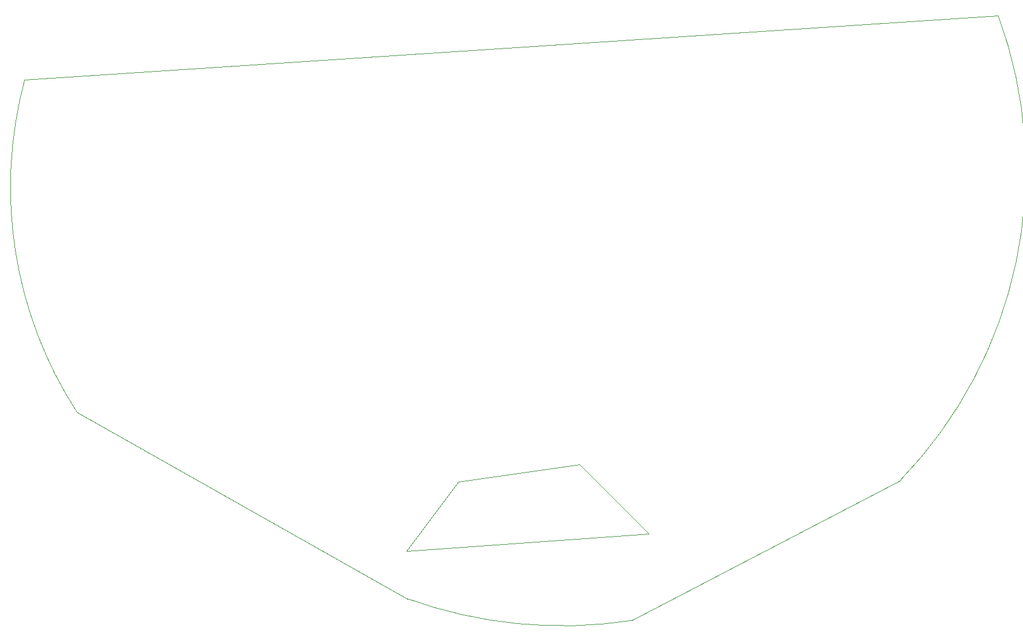
<source format=gbr>
%TF.GenerationSoftware,KiCad,Pcbnew,7.0.5-0*%
%TF.CreationDate,2025-06-01T12:15:49-04:00*%
%TF.ProjectId,Solder,536f6c64-6572-42e6-9b69-6361645f7063,rev?*%
%TF.SameCoordinates,Original*%
%TF.FileFunction,Profile,NP*%
%FSLAX46Y46*%
G04 Gerber Fmt 4.6, Leading zero omitted, Abs format (unit mm)*
G04 Created by KiCad (PCBNEW 7.0.5-0) date 2025-06-01 12:15:49*
%MOMM*%
%LPD*%
G01*
G04 APERTURE LIST*
%TA.AperFunction,Profile*%
%ADD10C,0.100000*%
%TD*%
G04 APERTURE END LIST*
D10*
X221427151Y-63736313D02*
X78654837Y-73148610D01*
X207010469Y-131907395D02*
G75*
G03*
X221427151Y-63736313I-46990469J45547395D01*
G01*
X134620000Y-142240000D02*
X142240000Y-132080000D01*
X170180000Y-139700000D02*
X134620000Y-142240000D01*
X160020000Y-129540000D02*
X170180000Y-139700000D01*
X142240000Y-132080000D02*
X160020000Y-129540000D01*
X134847792Y-149227243D02*
X86360000Y-121920000D01*
X207010470Y-131907395D02*
X167640000Y-152399999D01*
X78654837Y-73148610D02*
G75*
G03*
X86360000Y-121920000I58505163J-15751390D01*
G01*
X134847792Y-149227242D02*
G75*
G03*
X167640000Y-152399998I22632208J62867242D01*
G01*
M02*

</source>
